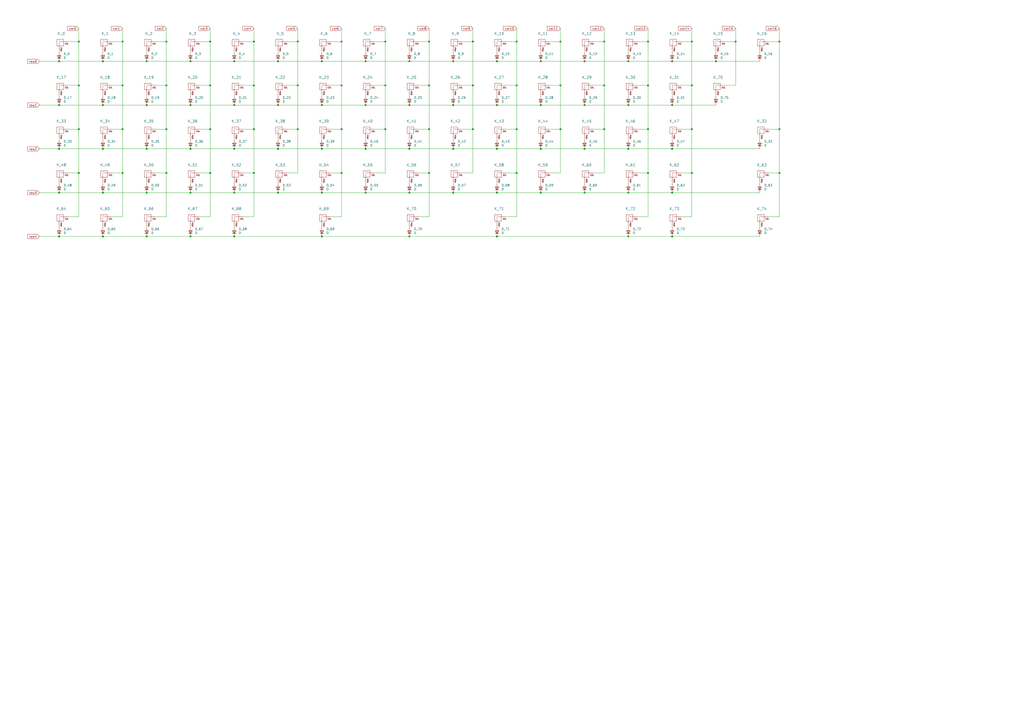
<source format=kicad_sch>
(kicad_sch (version 20230121) (generator eeschema)
  (paper "A2")
  (junction (at 248.92 74.93))
  (junction (at 85.09 137.16))
  (junction (at 161.29 111.76))
  (junction (at 375.92 49.53))
  (junction (at 121.92 24.13))
  (junction (at 161.29 60.96))
  (junction (at 34.29 60.96))
  (junction (at 364.49 35.56))
  (junction (at 375.92 24.13))
  (junction (at 110.49 60.96))
  (junction (at 110.49 137.16))
  (junction (at 237.49 35.56))
  (junction (at 339.09 86.36))
  (junction (at 426.72 24.13))
  (junction (at 325.12 74.93))
  (junction (at 339.09 60.96))
  (junction (at 147.32 49.53))
  (junction (at 186.69 111.76))
  (junction (at 237.49 60.96))
  (junction (at 186.69 86.36))
  (junction (at 313.69 111.76))
  (junction (at 223.52 74.93))
  (junction (at 59.69 35.56))
  (junction (at 96.52 74.93))
  (junction (at 248.92 100.33))
  (junction (at 85.09 86.36))
  (junction (at 274.32 74.93))
  (junction (at 161.29 35.56))
  (junction (at 135.89 111.76))
  (junction (at 172.72 74.93))
  (junction (at 212.09 35.56))
  (junction (at 364.49 137.16))
  (junction (at 262.89 86.36))
  (junction (at 313.69 60.96))
  (junction (at 389.89 86.36))
  (junction (at 389.89 35.56))
  (junction (at 452.12 24.13))
  (junction (at 313.69 35.56))
  (junction (at 186.69 35.56))
  (junction (at 237.49 86.36))
  (junction (at 85.09 111.76))
  (junction (at 212.09 111.76))
  (junction (at 110.49 86.36))
  (junction (at 121.92 100.33))
  (junction (at 364.49 111.76))
  (junction (at 313.69 86.36))
  (junction (at 110.49 111.76))
  (junction (at 45.72 100.33))
  (junction (at 339.09 35.56))
  (junction (at 288.29 60.96))
  (junction (at 262.89 35.56))
  (junction (at 71.12 24.13))
  (junction (at 223.52 49.53))
  (junction (at 161.29 86.36))
  (junction (at 237.49 111.76))
  (junction (at 389.89 60.96))
  (junction (at 186.69 60.96))
  (junction (at 135.89 86.36))
  (junction (at 212.09 86.36))
  (junction (at 59.69 86.36))
  (junction (at 71.12 49.53))
  (junction (at 110.49 35.56))
  (junction (at 34.29 35.56))
  (junction (at 147.32 74.93))
  (junction (at 59.69 60.96))
  (junction (at 59.69 111.76))
  (junction (at 364.49 86.36))
  (junction (at 34.29 137.16))
  (junction (at 34.29 86.36))
  (junction (at 237.49 137.16))
  (junction (at 135.89 35.56))
  (junction (at 248.92 49.53))
  (junction (at 172.72 24.13))
  (junction (at 288.29 35.56))
  (junction (at 452.12 74.93))
  (junction (at 350.52 74.93))
  (junction (at 389.89 111.76))
  (junction (at 325.12 49.53))
  (junction (at 452.12 100.33))
  (junction (at 71.12 74.93))
  (junction (at 389.89 137.16))
  (junction (at 299.72 49.53))
  (junction (at 350.52 49.53))
  (junction (at 339.09 111.76))
  (junction (at 288.29 137.16))
  (junction (at 364.49 60.96))
  (junction (at 401.32 24.13))
  (junction (at 375.92 100.33))
  (junction (at 262.89 111.76))
  (junction (at 96.52 100.33))
  (junction (at 71.12 100.33))
  (junction (at 172.72 49.53))
  (junction (at 401.32 74.93))
  (junction (at 262.89 60.96))
  (junction (at 135.89 60.96))
  (junction (at 375.92 74.93))
  (junction (at 198.12 100.33))
  (junction (at 135.89 137.16))
  (junction (at 299.72 100.33))
  (junction (at 299.72 24.13))
  (junction (at 147.32 100.33))
  (junction (at 401.32 100.33))
  (junction (at 198.12 24.13))
  (junction (at 212.09 60.96))
  (junction (at 59.69 137.16))
  (junction (at 288.29 111.76))
  (junction (at 274.32 24.13))
  (junction (at 299.72 74.93))
  (junction (at 96.52 49.53))
  (junction (at 121.92 74.93))
  (junction (at 85.09 60.96))
  (junction (at 198.12 74.93))
  (junction (at 34.29 111.76))
  (junction (at 121.92 49.53))
  (junction (at 248.92 24.13))
  (junction (at 401.32 49.53))
  (junction (at 45.72 74.93))
  (junction (at 325.12 24.13))
  (junction (at 223.52 24.13))
  (junction (at 198.12 49.53))
  (junction (at 350.52 24.13))
  (junction (at 96.52 24.13))
  (junction (at 288.29 86.36))
  (junction (at 147.32 24.13))
  (junction (at 186.69 137.16))
  (junction (at 85.09 35.56))
  (junction (at 45.72 49.53))
  (junction (at 415.29 35.56))
  (junction (at 45.72 24.13))
  (junction (at 274.32 49.53))
  (wire (pts (xy 389.89 35.56) (xy 415.29 35.56)))
  (wire (pts (xy 198.12 74.93) (xy 198.12 49.53)))
  (wire (pts (xy 274.32 74.93) (xy 274.32 49.53)))
  (wire (pts (xy 45.72 125.73) (xy 45.72 100.33)))
  (wire (pts (xy 440.69 105.41) (xy 440.69 106.68)))
  (wire (pts (xy 288.29 35.56) (xy 313.69 35.56)))
  (wire (pts (xy 267.97 100.33) (xy 274.32 100.33)))
  (wire (pts (xy 375.92 125.73) (xy 375.92 100.33)))
  (wire (pts (xy 34.29 35.56) (xy 59.69 35.56)))
  (wire (pts (xy 401.32 74.93) (xy 401.32 49.53)))
  (wire (pts (xy 293.37 49.53) (xy 299.72 49.53)))
  (wire (pts (xy 339.09 35.56) (xy 364.49 35.56)))
  (wire (pts (xy 115.57 100.33) (xy 121.92 100.33)))
  (wire (pts (xy 85.09 137.16) (xy 110.49 137.16)))
  (wire (pts (xy 198.12 100.33) (xy 198.12 74.93)))
  (wire (pts (xy 394.97 49.53) (xy 401.32 49.53)))
  (wire (pts (xy 223.52 16.51) (xy 223.52 24.13)))
  (wire (pts (xy 34.29 54.61) (xy 34.29 55.88)))
  (wire (pts (xy 45.72 74.93) (xy 45.72 49.53)))
  (wire (pts (xy 45.72 100.33) (xy 45.72 74.93)))
  (wire (pts (xy 140.97 49.53) (xy 147.32 49.53)))
  (wire (pts (xy 313.69 35.56) (xy 339.09 35.56)))
  (wire (pts (xy 237.49 60.96) (xy 262.89 60.96)))
  (wire (pts (xy 110.49 54.61) (xy 110.49 55.88)))
  (wire (pts (xy 22.86 60.96) (xy 34.29 60.96)))
  (wire (pts (xy 339.09 29.21) (xy 339.09 30.48)))
  (wire (pts (xy 313.69 80.01) (xy 313.69 81.28)))
  (wire (pts (xy 71.12 125.73) (xy 71.12 100.33)))
  (wire (pts (xy 369.57 125.73) (xy 375.92 125.73)))
  (wire (pts (xy 299.72 16.51) (xy 299.72 24.13)))
  (wire (pts (xy 212.09 54.61) (xy 212.09 55.88)))
  (wire (pts (xy 293.37 125.73) (xy 299.72 125.73)))
  (wire (pts (xy 325.12 16.51) (xy 325.12 24.13)))
  (wire (pts (xy 59.69 80.01) (xy 59.69 81.28)))
  (wire (pts (xy 237.49 105.41) (xy 237.49 106.68)))
  (wire (pts (xy 115.57 49.53) (xy 121.92 49.53)))
  (wire (pts (xy 274.32 24.13) (xy 274.32 49.53)))
  (wire (pts (xy 325.12 74.93) (xy 325.12 49.53)))
  (wire (pts (xy 135.89 137.16) (xy 186.69 137.16)))
  (wire (pts (xy 135.89 86.36) (xy 161.29 86.36)))
  (wire (pts (xy 161.29 54.61) (xy 161.29 55.88)))
  (wire (pts (xy 299.72 100.33) (xy 299.72 74.93)))
  (wire (pts (xy 237.49 35.56) (xy 262.89 35.56)))
  (wire (pts (xy 34.29 29.21) (xy 34.29 30.48)))
  (wire (pts (xy 71.12 16.51) (xy 71.12 24.13)))
  (wire (pts (xy 59.69 86.36) (xy 85.09 86.36)))
  (wire (pts (xy 186.69 111.76) (xy 212.09 111.76)))
  (wire (pts (xy 375.92 16.51) (xy 375.92 24.13)))
  (wire (pts (xy 161.29 80.01) (xy 161.29 81.28)))
  (wire (pts (xy 369.57 100.33) (xy 375.92 100.33)))
  (wire (pts (xy 110.49 60.96) (xy 135.89 60.96)))
  (wire (pts (xy 318.77 100.33) (xy 325.12 100.33)))
  (wire (pts (xy 121.92 24.13) (xy 121.92 49.53)))
  (wire (pts (xy 237.49 111.76) (xy 262.89 111.76)))
  (wire (pts (xy 452.12 100.33) (xy 452.12 74.93)))
  (wire (pts (xy 212.09 111.76) (xy 237.49 111.76)))
  (wire (pts (xy 59.69 111.76) (xy 85.09 111.76)))
  (wire (pts (xy 212.09 105.41) (xy 212.09 106.68)))
  (wire (pts (xy 34.29 105.41) (xy 34.29 106.68)))
  (wire (pts (xy 344.17 74.93) (xy 350.52 74.93)))
  (wire (pts (xy 369.57 24.13) (xy 375.92 24.13)))
  (wire (pts (xy 299.72 24.13) (xy 299.72 49.53)))
  (wire (pts (xy 121.92 125.73) (xy 121.92 100.33)))
  (wire (pts (xy 313.69 60.96) (xy 339.09 60.96)))
  (wire (pts (xy 318.77 49.53) (xy 325.12 49.53)))
  (wire (pts (xy 242.57 125.73) (xy 248.92 125.73)))
  (wire (pts (xy 110.49 130.81) (xy 110.49 132.08)))
  (wire (pts (xy 415.29 29.21) (xy 415.29 30.48)))
  (wire (pts (xy 242.57 49.53) (xy 248.92 49.53)))
  (wire (pts (xy 96.52 74.93) (xy 96.52 49.53)))
  (wire (pts (xy 364.49 111.76) (xy 389.89 111.76)))
  (wire (pts (xy 85.09 29.21) (xy 85.09 30.48)))
  (wire (pts (xy 140.97 100.33) (xy 147.32 100.33)))
  (wire (pts (xy 85.09 54.61) (xy 85.09 55.88)))
  (wire (pts (xy 313.69 111.76) (xy 339.09 111.76)))
  (wire (pts (xy 262.89 29.21) (xy 262.89 30.48)))
  (wire (pts (xy 212.09 35.56) (xy 237.49 35.56)))
  (wire (pts (xy 440.69 29.21) (xy 440.69 30.48)))
  (wire (pts (xy 248.92 16.51) (xy 248.92 24.13)))
  (wire (pts (xy 147.32 24.13) (xy 147.32 49.53)))
  (wire (pts (xy 364.49 29.21) (xy 364.49 30.48)))
  (wire (pts (xy 85.09 86.36) (xy 110.49 86.36)))
  (wire (pts (xy 237.49 137.16) (xy 288.29 137.16)))
  (wire (pts (xy 45.72 24.13) (xy 45.72 49.53)))
  (wire (pts (xy 364.49 80.01) (xy 364.49 81.28)))
  (wire (pts (xy 161.29 35.56) (xy 186.69 35.56)))
  (wire (pts (xy 237.49 86.36) (xy 262.89 86.36)))
  (wire (pts (xy 389.89 130.81) (xy 389.89 132.08)))
  (wire (pts (xy 96.52 100.33) (xy 96.52 74.93)))
  (wire (pts (xy 262.89 111.76) (xy 288.29 111.76)))
  (wire (pts (xy 198.12 125.73) (xy 198.12 100.33)))
  (wire (pts (xy 110.49 111.76) (xy 135.89 111.76)))
  (wire (pts (xy 420.37 49.53) (xy 426.72 49.53)))
  (wire (pts (xy 90.17 74.93) (xy 96.52 74.93)))
  (wire (pts (xy 90.17 49.53) (xy 96.52 49.53)))
  (wire (pts (xy 85.09 105.41) (xy 85.09 106.68)))
  (wire (pts (xy 90.17 100.33) (xy 96.52 100.33)))
  (wire (pts (xy 110.49 35.56) (xy 135.89 35.56)))
  (wire (pts (xy 299.72 74.93) (xy 299.72 49.53)))
  (wire (pts (xy 71.12 74.93) (xy 71.12 49.53)))
  (wire (pts (xy 110.49 80.01) (xy 110.49 81.28)))
  (wire (pts (xy 45.72 16.51) (xy 45.72 24.13)))
  (wire (pts (xy 288.29 60.96) (xy 313.69 60.96)))
  (wire (pts (xy 274.32 16.51) (xy 274.32 24.13)))
  (wire (pts (xy 22.86 35.56) (xy 34.29 35.56)))
  (wire (pts (xy 415.29 54.61) (xy 415.29 55.88)))
  (wire (pts (xy 288.29 54.61) (xy 288.29 55.88)))
  (wire (pts (xy 426.72 24.13) (xy 426.72 49.53)))
  (wire (pts (xy 394.97 125.73) (xy 401.32 125.73)))
  (wire (pts (xy 64.77 100.33) (xy 71.12 100.33)))
  (wire (pts (xy 121.92 74.93) (xy 121.92 49.53)))
  (wire (pts (xy 22.86 86.36) (xy 34.29 86.36)))
  (wire (pts (xy 161.29 111.76) (xy 186.69 111.76)))
  (wire (pts (xy 401.32 125.73) (xy 401.32 100.33)))
  (wire (pts (xy 186.69 86.36) (xy 212.09 86.36)))
  (wire (pts (xy 242.57 100.33) (xy 248.92 100.33)))
  (wire (pts (xy 147.32 100.33) (xy 147.32 74.93)))
  (wire (pts (xy 262.89 54.61) (xy 262.89 55.88)))
  (wire (pts (xy 288.29 80.01) (xy 288.29 81.28)))
  (wire (pts (xy 85.09 111.76) (xy 110.49 111.76)))
  (wire (pts (xy 59.69 60.96) (xy 85.09 60.96)))
  (wire (pts (xy 39.37 24.13) (xy 45.72 24.13)))
  (wire (pts (xy 223.52 74.93) (xy 223.52 49.53)))
  (wire (pts (xy 121.92 16.51) (xy 121.92 24.13)))
  (wire (pts (xy 288.29 86.36) (xy 313.69 86.36)))
  (wire (pts (xy 39.37 100.33) (xy 45.72 100.33)))
  (wire (pts (xy 115.57 74.93) (xy 121.92 74.93)))
  (wire (pts (xy 161.29 105.41) (xy 161.29 106.68)))
  (wire (pts (xy 135.89 35.56) (xy 161.29 35.56)))
  (wire (pts (xy 288.29 105.41) (xy 288.29 106.68)))
  (wire (pts (xy 186.69 29.21) (xy 186.69 30.48)))
  (wire (pts (xy 389.89 54.61) (xy 389.89 55.88)))
  (wire (pts (xy 262.89 60.96) (xy 288.29 60.96)))
  (wire (pts (xy 96.52 16.51) (xy 96.52 24.13)))
  (wire (pts (xy 186.69 54.61) (xy 186.69 55.88)))
  (wire (pts (xy 166.37 74.93) (xy 172.72 74.93)))
  (wire (pts (xy 318.77 24.13) (xy 325.12 24.13)))
  (wire (pts (xy 198.12 16.51) (xy 198.12 24.13)))
  (wire (pts (xy 445.77 74.93) (xy 452.12 74.93)))
  (wire (pts (xy 389.89 111.76) (xy 440.69 111.76)))
  (wire (pts (xy 217.17 49.53) (xy 223.52 49.53)))
  (wire (pts (xy 135.89 60.96) (xy 161.29 60.96)))
  (wire (pts (xy 401.32 24.13) (xy 401.32 49.53)))
  (wire (pts (xy 452.12 16.51) (xy 452.12 24.13)))
  (wire (pts (xy 339.09 80.01) (xy 339.09 81.28)))
  (wire (pts (xy 288.29 130.81) (xy 288.29 132.08)))
  (wire (pts (xy 445.77 100.33) (xy 452.12 100.33)))
  (wire (pts (xy 39.37 125.73) (xy 45.72 125.73)))
  (wire (pts (xy 212.09 60.96) (xy 237.49 60.96)))
  (wire (pts (xy 135.89 111.76) (xy 161.29 111.76)))
  (wire (pts (xy 172.72 100.33) (xy 172.72 74.93)))
  (wire (pts (xy 267.97 74.93) (xy 274.32 74.93)))
  (wire (pts (xy 262.89 105.41) (xy 262.89 106.68)))
  (wire (pts (xy 452.12 24.13) (xy 452.12 74.93)))
  (wire (pts (xy 64.77 74.93) (xy 71.12 74.93)))
  (wire (pts (xy 166.37 49.53) (xy 172.72 49.53)))
  (wire (pts (xy 344.17 100.33) (xy 350.52 100.33)))
  (wire (pts (xy 115.57 24.13) (xy 121.92 24.13)))
  (wire (pts (xy 401.32 16.51) (xy 401.32 24.13)))
  (wire (pts (xy 364.49 130.81) (xy 364.49 132.08)))
  (wire (pts (xy 191.77 24.13) (xy 198.12 24.13)))
  (wire (pts (xy 415.29 60.96) (xy 389.89 60.96)))
  (wire (pts (xy 452.12 125.73) (xy 452.12 100.33)))
  (wire (pts (xy 110.49 29.21) (xy 110.49 30.48)))
  (wire (pts (xy 401.32 100.33) (xy 401.32 74.93)))
  (wire (pts (xy 96.52 24.13) (xy 96.52 49.53)))
  (wire (pts (xy 161.29 86.36) (xy 186.69 86.36)))
  (wire (pts (xy 161.29 29.21) (xy 161.29 30.48)))
  (wire (pts (xy 217.17 74.93) (xy 223.52 74.93)))
  (wire (pts (xy 135.89 29.21) (xy 135.89 30.48)))
  (wire (pts (xy 248.92 74.93) (xy 248.92 49.53)))
  (wire (pts (xy 223.52 24.13) (xy 223.52 49.53)))
  (wire (pts (xy 375.92 100.33) (xy 375.92 74.93)))
  (wire (pts (xy 172.72 24.13) (xy 172.72 49.53)))
  (wire (pts (xy 22.86 111.76) (xy 34.29 111.76)))
  (wire (pts (xy 85.09 35.56) (xy 110.49 35.56)))
  (wire (pts (xy 191.77 74.93) (xy 198.12 74.93)))
  (wire (pts (xy 389.89 137.16) (xy 440.69 137.16)))
  (wire (pts (xy 364.49 54.61) (xy 364.49 55.88)))
  (wire (pts (xy 375.92 24.13) (xy 375.92 49.53)))
  (wire (pts (xy 375.92 74.93) (xy 375.92 49.53)))
  (wire (pts (xy 364.49 137.16) (xy 389.89 137.16)))
  (wire (pts (xy 350.52 74.93) (xy 350.52 49.53)))
  (wire (pts (xy 172.72 74.93) (xy 172.72 49.53)))
  (wire (pts (xy 248.92 125.73) (xy 248.92 100.33)))
  (wire (pts (xy 274.32 100.33) (xy 274.32 74.93)))
  (wire (pts (xy 288.29 111.76) (xy 313.69 111.76)))
  (wire (pts (xy 344.17 49.53) (xy 350.52 49.53)))
  (wire (pts (xy 64.77 125.73) (xy 71.12 125.73)))
  (wire (pts (xy 39.37 49.53) (xy 45.72 49.53)))
  (wire (pts (xy 389.89 86.36) (xy 440.69 86.36)))
  (wire (pts (xy 64.77 24.13) (xy 71.12 24.13)))
  (wire (pts (xy 242.57 74.93) (xy 248.92 74.93)))
  (wire (pts (xy 212.09 80.01) (xy 212.09 81.28)))
  (wire (pts (xy 22.86 137.16) (xy 34.29 137.16)))
  (wire (pts (xy 135.89 80.01) (xy 135.89 81.28)))
  (wire (pts (xy 369.57 49.53) (xy 375.92 49.53)))
  (wire (pts (xy 313.69 54.61) (xy 313.69 55.88)))
  (wire (pts (xy 115.57 125.73) (xy 121.92 125.73)))
  (wire (pts (xy 237.49 80.01) (xy 237.49 81.28)))
  (wire (pts (xy 262.89 80.01) (xy 262.89 81.28)))
  (wire (pts (xy 369.57 74.93) (xy 375.92 74.93)))
  (wire (pts (xy 34.29 111.76) (xy 59.69 111.76)))
  (wire (pts (xy 186.69 80.01) (xy 186.69 81.28)))
  (wire (pts (xy 339.09 54.61) (xy 339.09 55.88)))
  (wire (pts (xy 440.69 130.81) (xy 440.69 132.08)))
  (wire (pts (xy 325.12 24.13) (xy 325.12 49.53)))
  (wire (pts (xy 293.37 24.13) (xy 299.72 24.13)))
  (wire (pts (xy 71.12 24.13) (xy 71.12 49.53)))
  (wire (pts (xy 135.89 54.61) (xy 135.89 55.88)))
  (wire (pts (xy 293.37 74.93) (xy 299.72 74.93)))
  (wire (pts (xy 237.49 130.81) (xy 237.49 132.08)))
  (wire (pts (xy 161.29 60.96) (xy 186.69 60.96)))
  (wire (pts (xy 288.29 137.16) (xy 364.49 137.16)))
  (wire (pts (xy 166.37 24.13) (xy 172.72 24.13)))
  (wire (pts (xy 90.17 125.73) (xy 96.52 125.73)))
  (wire (pts (xy 445.77 24.13) (xy 452.12 24.13)))
  (wire (pts (xy 85.09 60.96) (xy 110.49 60.96)))
  (wire (pts (xy 96.52 125.73) (xy 96.52 100.33)))
  (wire (pts (xy 59.69 54.61) (xy 59.69 55.88)))
  (wire (pts (xy 318.77 74.93) (xy 325.12 74.93)))
  (wire (pts (xy 110.49 137.16) (xy 135.89 137.16)))
  (wire (pts (xy 288.29 29.21) (xy 288.29 30.48)))
  (wire (pts (xy 85.09 80.01) (xy 85.09 81.28)))
  (wire (pts (xy 217.17 100.33) (xy 223.52 100.33)))
  (wire (pts (xy 198.12 24.13) (xy 198.12 49.53)))
  (wire (pts (xy 350.52 100.33) (xy 350.52 74.93)))
  (wire (pts (xy 64.77 49.53) (xy 71.12 49.53)))
  (wire (pts (xy 212.09 29.21) (xy 212.09 30.48)))
  (wire (pts (xy 110.49 86.36) (xy 135.89 86.36)))
  (wire (pts (xy 389.89 29.21) (xy 389.89 30.48)))
  (wire (pts (xy 293.37 100.33) (xy 299.72 100.33)))
  (wire (pts (xy 364.49 35.56) (xy 389.89 35.56)))
  (wire (pts (xy 313.69 29.21) (xy 313.69 30.48)))
  (wire (pts (xy 90.17 24.13) (xy 96.52 24.13)))
  (wire (pts (xy 140.97 24.13) (xy 147.32 24.13)))
  (wire (pts (xy 313.69 86.36) (xy 339.09 86.36)))
  (wire (pts (xy 186.69 137.16) (xy 237.49 137.16)))
  (wire (pts (xy 389.89 60.96) (xy 364.49 60.96)))
  (wire (pts (xy 248.92 100.33) (xy 248.92 74.93)))
  (wire (pts (xy 34.29 86.36) (xy 59.69 86.36)))
  (wire (pts (xy 389.89 105.41) (xy 389.89 106.68)))
  (wire (pts (xy 59.69 130.81) (xy 59.69 132.08)))
  (wire (pts (xy 350.52 24.13) (xy 350.52 49.53)))
  (wire (pts (xy 394.97 24.13) (xy 401.32 24.13)))
  (wire (pts (xy 121.92 100.33) (xy 121.92 74.93)))
  (wire (pts (xy 415.29 35.56) (xy 440.69 35.56)))
  (wire (pts (xy 420.37 24.13) (xy 426.72 24.13)))
  (wire (pts (xy 147.32 125.73) (xy 147.32 100.33)))
  (wire (pts (xy 364.49 105.41) (xy 364.49 106.68)))
  (wire (pts (xy 85.09 130.81) (xy 85.09 132.08)))
  (wire (pts (xy 267.97 24.13) (xy 274.32 24.13)))
  (wire (pts (xy 140.97 74.93) (xy 147.32 74.93)))
  (wire (pts (xy 71.12 100.33) (xy 71.12 74.93)))
  (wire (pts (xy 248.92 24.13) (xy 248.92 49.53)))
  (wire (pts (xy 426.72 16.51) (xy 426.72 24.13)))
  (wire (pts (xy 223.52 100.33) (xy 223.52 74.93)))
  (wire (pts (xy 299.72 125.73) (xy 299.72 100.33)))
  (wire (pts (xy 147.32 74.93) (xy 147.32 49.53)))
  (wire (pts (xy 59.69 29.21) (xy 59.69 30.48)))
  (wire (pts (xy 242.57 24.13) (xy 248.92 24.13)))
  (wire (pts (xy 34.29 80.01) (xy 34.29 81.28)))
  (wire (pts (xy 186.69 60.96) (xy 212.09 60.96)))
  (wire (pts (xy 325.12 100.33) (xy 325.12 74.93)))
  (wire (pts (xy 186.69 130.81) (xy 186.69 132.08)))
  (wire (pts (xy 191.77 125.73) (xy 198.12 125.73)))
  (wire (pts (xy 364.49 86.36) (xy 389.89 86.36)))
  (wire (pts (xy 262.89 86.36) (xy 288.29 86.36)))
  (wire (pts (xy 262.89 35.56) (xy 288.29 35.56)))
  (wire (pts (xy 350.52 16.51) (xy 350.52 24.13)))
  (wire (pts (xy 339.09 86.36) (xy 364.49 86.36)))
  (wire (pts (xy 394.97 74.93) (xy 401.32 74.93)))
  (wire (pts (xy 394.97 100.33) (xy 401.32 100.33)))
  (wire (pts (xy 110.49 105.41) (xy 110.49 106.68)))
  (wire (pts (xy 339.09 105.41) (xy 339.09 106.68)))
  (wire (pts (xy 34.29 137.16) (xy 59.69 137.16)))
  (wire (pts (xy 339.09 111.76) (xy 364.49 111.76)))
  (wire (pts (xy 186.69 35.56) (xy 212.09 35.56)))
  (wire (pts (xy 445.77 125.73) (xy 452.12 125.73)))
  (wire (pts (xy 339.09 60.96) (xy 364.49 60.96)))
  (wire (pts (xy 140.97 125.73) (xy 147.32 125.73)))
  (wire (pts (xy 59.69 137.16) (xy 85.09 137.16)))
  (wire (pts (xy 135.89 130.81) (xy 135.89 132.08)))
  (wire (pts (xy 217.17 24.13) (xy 223.52 24.13)))
  (wire (pts (xy 147.32 16.51) (xy 147.32 24.13)))
  (wire (pts (xy 166.37 100.33) (xy 172.72 100.33)))
  (wire (pts (xy 440.69 80.01) (xy 440.69 81.28)))
  (wire (pts (xy 172.72 16.51) (xy 172.72 24.13)))
  (wire (pts (xy 59.69 35.56) (xy 85.09 35.56)))
  (wire (pts (xy 59.69 105.41) (xy 59.69 106.68)))
  (wire (pts (xy 135.89 105.41) (xy 135.89 106.68)))
  (wire (pts (xy 237.49 29.21) (xy 237.49 30.48)))
  (wire (pts (xy 34.29 130.81) (xy 34.29 132.08)))
  (wire (pts (xy 186.69 105.41) (xy 186.69 106.68)))
  (wire (pts (xy 267.97 49.53) (xy 274.32 49.53)))
  (wire (pts (xy 191.77 49.53) (xy 198.12 49.53)))
  (wire (pts (xy 34.29 60.96) (xy 59.69 60.96)))
  (wire (pts (xy 191.77 100.33) (xy 198.12 100.33)))
  (wire (pts (xy 39.37 74.93) (xy 45.72 74.93)))
  (wire (pts (xy 313.69 105.41) (xy 313.69 106.68)))
  (wire (pts (xy 344.17 24.13) (xy 350.52 24.13)))
  (wire (pts (xy 237.49 54.61) (xy 237.49 55.88)))
  (wire (pts (xy 212.09 86.36) (xy 237.49 86.36)))
  (wire (pts (xy 389.89 80.01) (xy 389.89 81.28)))
  (global_label "row4" (shape input) (at 22.86 137.16 180) (property "Intersheetrefs" "${INTERSHEET_REFS}" (effects hide)))
  (global_label "col10" (shape input) (at 299.72 16.51 180) (property "Intersheetrefs" "${INTERSHEET_REFS}" (effects hide)))
  (global_label "row0" (shape input) (at 22.86 35.56 180) (property "Intersheetrefs" "${INTERSHEET_REFS}" (effects hide)))
  (global_label "row2" (shape input) (at 22.86 86.36 180) (property "Intersheetrefs" "${INTERSHEET_REFS}" (effects hide)))
  (global_label "row3" (shape input) (at 22.86 111.76 180) (property "Intersheetrefs" "${INTERSHEET_REFS}" (effects hide)))
  (global_label "col7" (shape input) (at 223.52 16.51 180) (property "Intersheetrefs" "${INTERSHEET_REFS}" (effects hide)))
  (global_label "col9" (shape input) (at 274.32 16.51 180) (property "Intersheetrefs" "${INTERSHEET_REFS}" (effects hide)))
  (global_label "col11" (shape input) (at 325.12 16.51 180) (property "Intersheetrefs" "${INTERSHEET_REFS}" (effects hide)))
  (global_label "col14" (shape input) (at 401.32 16.51 180) (property "Intersheetrefs" "${INTERSHEET_REFS}" (effects hide)))
  (global_label "col3" (shape input) (at 121.92 16.51 180) (property "Intersheetrefs" "${INTERSHEET_REFS}" (effects hide)))
  (global_label "col8" (shape input) (at 248.92 16.51 180) (property "Intersheetrefs" "${INTERSHEET_REFS}" (effects hide)))
  (global_label "col5" (shape input) (at 172.72 16.51 180) (property "Intersheetrefs" "${INTERSHEET_REFS}" (effects hide)))
  (global_label "col6" (shape input) (at 198.12 16.51 180) (property "Intersheetrefs" "${INTERSHEET_REFS}" (effects hide)))
  (global_label "col15" (shape input) (at 426.72 16.51 180) (property "Intersheetrefs" "${INTERSHEET_REFS}" (effects hide)))
  (global_label "col1" (shape input) (at 71.12 16.51 180) (property "Intersheetrefs" "${INTERSHEET_REFS}" (effects hide)))
  (global_label "col4" (shape input) (at 147.32 16.51 180) (property "Intersheetrefs" "${INTERSHEET_REFS}" (effects hide)))
  (global_label "col2" (shape input) (at 96.52 16.51 180) (property "Intersheetrefs" "${INTERSHEET_REFS}" (effects hide)))
  (global_label "col12" (shape input) (at 350.52 16.51 180) (property "Intersheetrefs" "${INTERSHEET_REFS}" (effects hide)))
  (global_label "row1" (shape input) (at 22.86 60.96 180) (property "Intersheetrefs" "${INTERSHEET_REFS}" (effects hide)))
  (global_label "col13" (shape input) (at 375.92 16.51 180) (property "Intersheetrefs" "${INTERSHEET_REFS}" (effects hide)))
  (global_label "col16" (shape input) (at 452.12 16.51 180) (property "Intersheetrefs" "${INTERSHEET_REFS}" (effects hide)))
  (global_label "col0" (shape input) (at 45.72 16.51 180) (property "Intersheetrefs" "${INTERSHEET_REFS}" (effects hide)))
  (symbol (lib_id "Device:D_Small") (at 262.89 109.22 90) (unit 1)
    (property "Reference" "D_57" (at 265.43 107.442 90) (effects (justify right)))
    (property "Value" "D" (at 265.43 109.728 90) (effects (justify right)))
    (property "Footprint" "Diode_SMD:D_SOD-123" (effects hide))
  )
  (symbol (lib_id "MX_Alps_Hybrid:MX-NoLED") (at 289.56 76.2 0) (unit 1)
    (property "Reference" "K_43" (at 289.56 70.2818 0) (effects (font (size 1.524 1.524))))
    (property "Value" "KEYSW" (effects hide))
    (property "Footprint" "MX_Alps_Hybrid:MX-1U-NoLED" (effects hide))
  )
  (symbol (lib_id "Device:D_Small") (at 135.89 83.82 90) (unit 1)
    (property "Reference" "D_37" (at 138.43 82.042 90) (effects (justify right)))
    (property "Value" "D" (at 138.43 84.328 90) (effects (justify right)))
    (property "Footprint" "Diode_SMD:D_SOD-123" (effects hide))
  )
  (symbol (lib_id "Device:D_Small") (at 186.69 134.62 90) (unit 1)
    (property "Reference" "D_69" (at 189.23 132.842 90) (effects (justify right)))
    (property "Value" "D" (at 189.23 135.128 90) (effects (justify right)))
    (property "Footprint" "Diode_SMD:D_SOD-123" (effects hide))
  )
  (symbol (lib_id "MX_Alps_Hybrid:MX-NoLED") (at 187.96 50.8 0) (unit 1)
    (property "Reference" "K_23" (at 187.96 44.8818 0) (effects (font (size 1.524 1.524))))
    (property "Value" "KEYSW" (effects hide))
    (property "Footprint" "MX_Alps_Hybrid:MX-1U-NoLED" (effects hide))
  )
  (symbol (lib_id "Device:D_Small") (at 288.29 33.02 90) (unit 1)
    (property "Reference" "D_10" (at 290.83 31.242 90) (effects (justify right)))
    (property "Value" "D" (at 290.83 33.528 90) (effects (justify right)))
    (property "Footprint" "Diode_SMD:D_SOD-123" (effects hide))
  )
  (symbol (lib_id "MX_Alps_Hybrid:MX-NoLED") (at 314.96 25.4 0) (unit 1)
    (property "Reference" "K_11" (at 314.96 19.4818 0) (effects (font (size 1.524 1.524))))
    (property "Value" "KEYSW" (effects hide))
    (property "Footprint" "MX_Alps_Hybrid:MX-1U-NoLED" (effects hide))
  )
  (symbol (lib_id "MX_Alps_Hybrid:MX-NoLED") (at 340.36 76.2 0) (unit 1)
    (property "Reference" "K_45" (at 340.36 70.2818 0) (effects (font (size 1.524 1.524))))
    (property "Value" "KEYSW" (effects hide))
    (property "Footprint" "MX_Alps_Hybrid:MX-1U-NoLED" (effects hide))
  )
  (symbol (lib_id "MX_Alps_Hybrid:MX-NoLED") (at 213.36 25.4 0) (unit 1)
    (property "Reference" "K_7" (at 213.36 19.4818 0) (effects (font (size 1.524 1.524))))
    (property "Value" "KEYSW" (effects hide))
    (property "Footprint" "MX_Alps_Hybrid:MX-1U-NoLED" (effects hide))
  )
  (symbol (lib_id "Device:D_Small") (at 288.29 134.62 90) (unit 1)
    (property "Reference" "D_71" (at 290.83 132.842 90) (effects (justify right)))
    (property "Value" "D" (at 290.83 135.128 90) (effects (justify right)))
    (property "Footprint" "Diode_SMD:D_SOD-123" (effects hide))
  )
  (symbol (lib_id "Device:D_Small") (at 415.29 33.02 90) (unit 1)
    (property "Reference" "D_15" (at 417.83 31.242 90) (effects (justify right)))
    (property "Value" "D" (at 417.83 33.528 90) (effects (justify right)))
    (property "Footprint" "Diode_SMD:D_SOD-123" (effects hide))
  )
  (symbol (lib_id "MX_Alps_Hybrid:MX-NoLED") (at 111.76 25.4 0) (unit 1)
    (property "Reference" "K_3" (at 111.76 19.4818 0) (effects (font (size 1.524 1.524))))
    (property "Value" "KEYSW" (effects hide))
    (property "Footprint" "MX_Alps_Hybrid:MX-1U-NoLED" (effects hide))
  )
  (symbol (lib_id "Device:D_Small") (at 161.29 58.42 90) (unit 1)
    (property "Reference" "D_22" (at 163.83 56.642 90) (effects (justify right)))
    (property "Value" "D" (at 163.83 58.928 90) (effects (justify right)))
    (property "Footprint" "Diode_SMD:D_SOD-123" (effects hide))
  )
  (symbol (lib_id "Device:D_Small") (at 389.89 83.82 90) (unit 1)
    (property "Reference" "D_47" (at 392.43 82.042 90) (effects (justify right)))
    (property "Value" "D" (at 392.43 84.328 90) (effects (justify right)))
    (property "Footprint" "Diode_SMD:D_SOD-123" (effects hide))
  )
  (symbol (lib_id "Device:D_Small") (at 288.29 109.22 90) (unit 1)
    (property "Reference" "D_58" (at 290.83 107.442 90) (effects (justify right)))
    (property "Value" "D" (at 290.83 109.728 90) (effects (justify right)))
    (property "Footprint" "Diode_SMD:D_SOD-123" (effects hide))
  )
  (symbol (lib_id "MX_Alps_Hybrid:MX-NoLED") (at 416.56 50.8 0) (unit 1)
    (property "Reference" "K_75" (at 416.56 44.8818 0) (effects (font (size 1.524 1.524))))
    (property "Value" "KEYSW" (effects hide))
    (property "Footprint" "MX_Alps_Hybrid:MX-1U-NoLED" (effects hide))
  )
  (symbol (lib_id "Device:D_Small") (at 161.29 33.02 90) (unit 1)
    (property "Reference" "D_5" (at 163.83 31.242 90) (effects (justify right)))
    (property "Value" "D" (at 163.83 33.528 90) (effects (justify right)))
    (property "Footprint" "Diode_SMD:D_SOD-123" (effects hide))
  )
  (symbol (lib_id "Device:D_Small") (at 364.49 134.62 90) (unit 1)
    (property "Reference" "D_72" (at 367.03 132.842 90) (effects (justify right)))
    (property "Value" "D" (at 367.03 135.128 90) (effects (justify right)))
    (property "Footprint" "Diode_SMD:D_SOD-123" (effects hide))
  )
  (symbol (lib_id "MX_Alps_Hybrid:MX-NoLED") (at 441.96 127 0) (unit 1)
    (property "Reference" "K_74" (at 441.96 121.0818 0) (effects (font (size 1.524 1.524))))
    (property "Value" "KEYSW" (effects hide))
    (property "Footprint" "MX_Alps_Hybrid:MX-1.5U-NoLED" (effects hide))
  )
  (symbol (lib_id "Device:D_Small") (at 389.89 58.42 90) (unit 1)
    (property "Reference" "D_31" (at 392.43 56.642 90) (effects (justify right)))
    (property "Value" "D" (at 392.43 58.928 90) (effects (justify right)))
    (property "Footprint" "Diode_SMD:D_SOD-123" (effects hide))
  )
  (symbol (lib_id "MX_Alps_Hybrid:MX-NoLED") (at 213.36 50.8 0) (unit 1)
    (property "Reference" "K_24" (at 213.36 44.8818 0) (effects (font (size 1.524 1.524))))
    (property "Value" "KEYSW" (effects hide))
    (property "Footprint" "MX_Alps_Hybrid:MX-1U-NoLED" (effects hide))
  )
  (symbol (lib_id "MX_Alps_Hybrid:MX-NoLED") (at 162.56 25.4 0) (unit 1)
    (property "Reference" "K_5" (at 162.56 19.4818 0) (effects (font (size 1.524 1.524))))
    (property "Value" "KEYSW" (effects hide))
    (property "Footprint" "MX_Alps_Hybrid:MX-1U-NoLED" (effects hide))
  )
  (symbol (lib_id "Device:D_Small") (at 110.49 83.82 90) (unit 1)
    (property "Reference" "D_36" (at 113.03 82.042 90) (effects (justify right)))
    (property "Value" "D" (at 113.03 84.328 90) (effects (justify right)))
    (property "Footprint" "Diode_SMD:D_SOD-123" (effects hide))
  )
  (symbol (lib_id "MX_Alps_Hybrid:MX-NoLED") (at 187.96 127 0) (unit 1)
    (property "Reference" "K_69" (at 187.96 121.0818 0) (effects (font (size 1.524 1.524))))
    (property "Value" "KEYSW" (effects hide))
    (property "Footprint" "MX_Alps_Hybrid:MX-3U-NoLED" (effects hide))
  )
  (symbol (lib_id "MX_Alps_Hybrid:MX-NoLED") (at 35.56 50.8 0) (unit 1)
    (property "Reference" "K_17" (at 35.56 44.8818 0) (effects (font (size 1.524 1.524))))
    (property "Value" "KEYSW" (effects hide))
    (property "Footprint" "MX_Alps_Hybrid:MX-1U-NoLED" (effects hide))
  )
  (symbol (lib_id "Device:D_Small") (at 339.09 83.82 90) (unit 1)
    (property "Reference" "D_45" (at 341.63 82.042 90) (effects (justify right)))
    (property "Value" "D" (at 341.63 84.328 90) (effects (justify right)))
    (property "Footprint" "Diode_SMD:D_SOD-123" (effects hide))
  )
  (symbol (lib_id "MX_Alps_Hybrid:MX-NoLED") (at 162.56 101.6 0) (unit 1)
    (property "Reference" "K_53" (at 162.56 95.6818 0) (effects (font (size 1.524 1.524))))
    (property "Value" "KEYSW" (effects hide))
    (property "Footprint" "MX_Alps_Hybrid:MX-1U-NoLED" (effects hide))
  )
  (symbol (lib_id "MX_Alps_Hybrid:MX-NoLED") (at 340.36 50.8 0) (unit 1)
    (property "Reference" "K_29" (at 340.36 44.8818 0) (effects (font (size 1.524 1.524))))
    (property "Value" "KEYSW" (effects hide))
    (property "Footprint" "MX_Alps_Hybrid:MX-1U-NoLED" (effects hide))
  )
  (symbol (lib_id "Device:D_Small") (at 161.29 83.82 90) (unit 1)
    (property "Reference" "D_38" (at 163.83 82.042 90) (effects (justify right)))
    (property "Value" "D" (at 163.83 84.328 90) (effects (justify right)))
    (property "Footprint" "Diode_SMD:D_SOD-123" (effects hide))
  )
  (symbol (lib_id "MX_Alps_Hybrid:MX-NoLED") (at 35.56 127 0) (unit 1)
    (property "Reference" "K_64" (at 35.56 121.0818 0) (effects (font (size 1.524 1.524))))
    (property "Value" "KEYSW" (effects hide))
    (property "Footprint" "MX_Alps_Hybrid:MX-1U-NoLED" (effects hide))
  )
  (symbol (lib_id "MX_Alps_Hybrid:MX-NoLED") (at 264.16 25.4 0) (unit 1)
    (property "Reference" "K_9" (at 264.16 19.4818 0) (effects (font (size 1.524 1.524))))
    (property "Value" "KEYSW" (effects hide))
    (property "Footprint" "MX_Alps_Hybrid:MX-1U-NoLED" (effects hide))
  )
  (symbol (lib_id "Device:D_Small") (at 59.69 58.42 90) (unit 1)
    (property "Reference" "D_18" (at 62.23 56.642 90) (effects (justify right)))
    (property "Value" "D" (at 62.23 58.928 90) (effects (justify right)))
    (property "Footprint" "Diode_SMD:D_SOD-123" (effects hide))
  )
  (symbol (lib_id "Device:D_Small") (at 85.09 83.82 90) (unit 1)
    (property "Reference" "D_35" (at 87.63 82.042 90) (effects (justify right)))
    (property "Value" "D" (at 87.63 84.328 90) (effects (justify right)))
    (property "Footprint" "Diode_SMD:D_SOD-123" (effects hide))
  )
  (symbol (lib_id "MX_Alps_Hybrid:MX-NoLED") (at 314.96 50.8 0) (unit 1)
    (property "Reference" "K_28" (at 314.96 44.8818 0) (effects (font (size 1.524 1.524))))
    (property "Value" "KEYSW" (effects hide))
    (property "Footprint" "MX_Alps_Hybrid:MX-1U-NoLED" (effects hide))
  )
  (symbol (lib_id "MX_Alps_Hybrid:MX-NoLED") (at 365.76 127 0) (unit 1)
    (property "Reference" "K_72" (at 365.76 121.0818 0) (effects (font (size 1.524 1.524))))
    (property "Value" "KEYSW" (effects hide))
    (property "Footprint" "MX_Alps_Hybrid:MX-1.5U-NoLED" (effects hide))
  )
  (symbol (lib_id "MX_Alps_Hybrid:MX-NoLED") (at 391.16 25.4 0) (unit 1)
    (property "Reference" "K_14" (at 391.16 19.4818 0) (effects (font (size 1.524 1.524))))
    (property "Value" "KEYSW" (effects hide))
    (property "Footprint" "MX_Alps_Hybrid:MX-1U-NoLED" (effects hide))
  )
  (symbol (lib_id "MX_Alps_Hybrid:MX-NoLED") (at 86.36 101.6 0) (unit 1)
    (property "Reference" "K_50" (at 86.36 95.6818 0) (effects (font (size 1.524 1.524))))
    (property "Value" "KEYSW" (effects hide))
    (property "Footprint" "MX_Alps_Hybrid:MX-1.25U-NoLED" (effects hide))
  )
  (symbol (lib_id "Device:D_Small") (at 85.09 109.22 90) (unit 1)
    (property "Reference" "D_50" (at 87.63 107.442 90) (effects (justify right)))
    (property "Value" "D" (at 87.63 109.728 90) (effects (justify right)))
    (property "Footprint" "Diode_SMD:D_SOD-123" (effects hide))
  )
  (symbol (lib_id "MX_Alps_Hybrid:MX-NoLED") (at 137.16 25.4 0) (unit 1)
    (property "Reference" "K_4" (at 137.16 19.4818 0) (effects (font (size 1.524 1.524))))
    (property "Value" "KEYSW" (effects hide))
    (property "Footprint" "MX_Alps_Hybrid:MX-1U-NoLED" (effects hide))
  )
  (symbol (lib_id "MX_Alps_Hybrid:MX-NoLED") (at 137.16 76.2 0) (unit 1)
    (property "Reference" "K_37" (at 137.16 70.2818 0) (effects (font (size 1.524 1.524))))
    (property "Value" "KEYSW" (effects hide))
    (property "Footprint" "MX_Alps_Hybrid:MX-1U-NoLED" (effects hide))
  )
  (symbol (lib_id "Device:D_Small") (at 237.49 58.42 90) (unit 1)
    (property "Reference" "D_25" (at 240.03 56.642 90) (effects (justify right)))
    (property "Value" "D" (at 240.03 58.928 90) (effects (justify right)))
    (property "Footprint" "Diode_SMD:D_SOD-123" (effects hide))
  )
  (symbol (lib_id "MX_Alps_Hybrid:MX-NoLED") (at 391.16 101.6 0) (unit 1)
    (property "Reference" "K_62" (at 391.16 95.6818 0) (effects (font (size 1.524 1.524))))
    (property "Value" "KEYSW" (effects hide))
    (property "Footprint" "MX_Alps_Hybrid:MX-1.75U-NoLED" (effects hide))
  )
  (symbol (lib_id "MX_Alps_Hybrid:MX-NoLED") (at 314.96 76.2 0) (unit 1)
    (property "Reference" "K_44" (at 314.96 70.2818 0) (effects (font (size 1.524 1.524))))
    (property "Value" "KEYSW" (effects hide))
    (property "Footprint" "MX_Alps_Hybrid:MX-1U-NoLED" (effects hide))
  )
  (symbol (lib_id "MX_Alps_Hybrid:MX-NoLED") (at 441.96 101.6 0) (unit 1)
    (property "Reference" "K_63" (at 441.96 95.6818 0) (effects (font (size 1.524 1.524))))
    (property "Value" "KEYSW" (effects hide))
    (property "Footprint" "MX_Alps_Hybrid:MX-1U-NoLED" (effects hide))
  )
  (symbol (lib_id "MX_Alps_Hybrid:MX-NoLED") (at 314.96 101.6 0) (unit 1)
    (property "Reference" "K_59" (at 314.96 95.6818 0) (effects (font (size 1.524 1.524))))
    (property "Value" "KEYSW" (effects hide))
    (property "Footprint" "MX_Alps_Hybrid:MX-1U-NoLED" (effects hide))
  )
  (symbol (lib_id "Device:D_Small") (at 313.69 33.02 90) (unit 1)
    (property "Reference" "D_11" (at 316.23 31.242 90) (effects (justify right)))
    (property "Value" "D" (at 316.23 33.528 90) (effects (justify right)))
    (property "Footprint" "Diode_SMD:D_SOD-123" (effects hide))
  )
  (symbol (lib_id "MX_Alps_Hybrid:MX-NoLED") (at 187.96 101.6 0) (unit 1)
    (property "Reference" "K_54" (at 187.96 95.6818 0) (effects (font (size 1.524 1.524))))
    (property "Value" "KEYSW" (effects hide))
    (property "Footprint" "MX_Alps_Hybrid:MX-1U-NoLED" (effects hide))
  )
  (symbol (lib_id "Device:D_Small") (at 339.09 109.22 90) (unit 1)
    (property "Reference" "D_60" (at 341.63 107.442 90) (effects (justify right)))
    (property "Value" "D" (at 341.63 109.728 90) (effects (justify right)))
    (property "Footprint" "Diode_SMD:D_SOD-123" (effects hide))
  )
  (symbol (lib_id "MX_Alps_Hybrid:MX-NoLED") (at 35.56 76.2 0) (unit 1)
    (property "Reference" "K_33" (at 35.56 70.2818 0) (effects (font (size 1.524 1.524))))
    (property "Value" "KEYSW" (effects hide))
    (property "Footprint" "MX_Alps_Hybrid:MX-1U-NoLED" (effects hide))
  )
  (symbol (lib_id "Device:D_Small") (at 135.89 134.62 90) (unit 1)
    (property "Reference" "D_68" (at 138.43 132.842 90) (effects (justify right)))
    (property "Value" "D" (at 138.43 135.128 90) (effects (justify right)))
    (property "Footprint" "Diode_SMD:D_SOD-123" (effects hide))
  )
  (symbol (lib_id "MX_Alps_Hybrid:MX-NoLED") (at 365.76 76.2 0) (unit 1)
    (property "Reference" "K_46" (at 365.76 70.2818 0) (effects (font (size 1.524 1.524))))
    (property "Value" "KEYSW" (effects hide))
    (property "Footprint" "MX_Alps_Hybrid:MX-1U-NoLED" (effects hide))
  )
  (symbol (lib_id "MX_Alps_Hybrid:MX-NoLED") (at 391.16 50.8 0) (unit 1)
    (property "Reference" "K_31" (at 391.16 44.8818 0) (effects (font (size 1.524 1.524))))
    (property "Value" "KEYSW" (effects hide))
    (property "Footprint" "MX_Alps_Hybrid:MX-1U-NoLED" (effects hide))
  )
  (symbol (lib_id "MX_Alps_Hybrid:MX-NoLED") (at 264.16 101.6 0) (unit 1)
    (property "Reference" "K_57" (at 264.16 95.6818 0) (effects (font (size 1.524 1.524))))
    (property "Value" "KEYSW" (effects hide))
    (property "Footprint" "MX_Alps_Hybrid:MX-1U-NoLED" (effects hide))
  )
  (symbol (lib_id "Device:D_Small") (at 186.69 33.02 90) (unit 1)
    (property "Reference" "D_6" (at 189.23 31.242 90) (effects (justify right)))
    (property "Value" "D" (at 189.23 33.528 90) (effects (justify right)))
    (property "Footprint" "Diode_SMD:D_SOD-123" (effects hide))
  )
  (symbol (lib_id "MX_Alps_Hybrid:MX-NoLED") (at 238.76 101.6 0) (unit 1)
    (property "Reference" "K_56" (at 238.76 95.6818 0) (effects (font (size 1.524 1.524))))
    (property "Value" "KEYSW" (effects hide))
    (property "Footprint" "MX_Alps_Hybrid:MX-1U-NoLED" (effects hide))
  )
  (symbol (lib_id "MX_Alps_Hybrid:MX-NoLED") (at 391.16 127 0) (unit 1)
    (property "Reference" "K_73" (at 391.16 121.0818 0) (effects (font (size 1.524 1.524))))
    (property "Value" "KEYSW" (effects hide))
    (property "Footprint" "MX_Alps_Hybrid:MX-1U-NoLED" (effects hide))
  )
  (symbol (lib_id "Device:D_Small") (at 313.69 58.42 90) (unit 1)
    (property "Reference" "D_28" (at 316.23 56.642 90) (effects (justify right)))
    (property "Value" "D" (at 316.23 58.928 90) (effects (justify right)))
    (property "Footprint" "Diode_SMD:D_SOD-123" (effects hide))
  )
  (symbol (lib_id "MX_Alps_Hybrid:MX-NoLED") (at 289.56 127 0) (unit 1)
    (property "Reference" "K_71" (at 289.56 121.0818 0) (effects (font (size 1.524 1.524))))
    (property "Value" "KEYSW" (effects hide))
    (property "Footprint" "MX_Alps_Hybrid:MX-3U-NoLED" (effects hide))
  )
  (symbol (lib_id "Device:D_Small") (at 110.49 109.22 90) (unit 1)
    (property "Reference" "D_51" (at 113.03 107.442 90) (effects (justify right)))
    (property "Value" "D" (at 113.03 109.728 90) (effects (justify right)))
    (property "Footprint" "Diode_SMD:D_SOD-123" (effects hide))
  )
  (symbol (lib_id "Device:D_Small") (at 389.89 109.22 90) (unit 1)
    (property "Reference" "D_62" (at 392.43 107.442 90) (effects (justify right)))
    (property "Value" "D" (at 392.43 109.728 90) (effects (justify right)))
    (property "Footprint" "Diode_SMD:D_SOD-123" (effects hide))
  )
  (symbol (lib_id "MX_Alps_Hybrid:MX-NoLED") (at 137.16 127 0) (unit 1)
    (property "Reference" "K_68" (at 137.16 121.0818 0) (effects (font (size 1.524 1.524))))
    (property "Value" "KEYSW" (effects hide))
    (property "Footprint" "MX_Alps_Hybrid:MX-1.5U-NoLED" (effects hide))
  )
  (symbol (lib_id "MX_Alps_Hybrid:MX-NoLED") (at 86.36 127 0) (unit 1)
    (property "Reference" "K_66" (at 86.36 121.0818 0) (effects (font (size 1.524 1.524))))
    (property "Value" "KEYSW" (effects hide))
    (property "Footprint" "MX_Alps_Hybrid:MX-1.5U-NoLED" (effects hide))
  )
  (symbol (lib_id "Device:D_Small") (at 440.69 33.02 90) (unit 1)
    (property "Reference" "D_16" (at 443.23 31.242 90) (effects (justify right)))
    (property "Value" "D" (at 443.23 33.528 90) (effects (justify right)))
    (property "Footprint" "Diode_SMD:D_SOD-123" (effects hide))
  )
  (symbol (lib_id "Device:D_Small") (at 34.29 33.02 90) (unit 1)
    (property "Reference" "D_0" (at 36.83 31.242 90) (effects (justify right)))
    (property "Value" "D" (at 36.83 33.528 90) (effects (justify right)))
    (property "Footprint" "Diode_SMD:D_SOD-123" (effects hide))
  )
  (symbol (lib_id "Device:D_Small") (at 34.29 109.22 90) (unit 1)
    (property "Reference" "D_48" (at 36.83 107.442 90) (effects (justify right)))
    (property "Value" "D" (at 36.83 109.728 90) (effects (justify right)))
    (property "Footprint" "Diode_SMD:D_SOD-123" (effects hide))
  )
  (symbol (lib_id "Device:D_Small") (at 262.89 58.42 90) (unit 1)
    (property "Reference" "D_26" (at 265.43 56.642 90) (effects (justify right)))
    (property "Value" "D" (at 265.43 58.928 90) (effects (justify right)))
    (property "Footprint" "Diode_SMD:D_SOD-123" (effects hide))
  )
  (symbol (lib_id "MX_Alps_Hybrid:MX-NoLED") (at 111.76 50.8 0) (unit 1)
    (property "Reference" "K_20" (at 111.76 44.8818 0) (effects (font (size 1.524 1.524))))
    (property "Value" "KEYSW" (effects hide))
    (property "Footprint" "MX_Alps_Hybrid:MX-1U-NoLED" (effects hide))
  )
  (symbol (lib_id "MX_Alps_Hybrid:MX-NoLED") (at 137.16 101.6 0) (unit 1)
    (property "Reference" "K_52" (at 137.16 95.6818 0) (effects (font (size 1.524 1.524))))
    (property "Value" "KEYSW" (effects hide))
    (property "Footprint" "MX_Alps_Hybrid:MX-1U-NoLED" (effects hide))
  )
  (symbol (lib_id "Device:D_Small") (at 135.89 58.42 90) (unit 1)
    (property "Reference" "D_21" (at 138.43 56.642 90) (effects (justify right)))
    (property "Value" "D" (at 138.43 58.928 90) (effects (justify right)))
    (property "Footprint" "Diode_SMD:D_SOD-123" (effects hide))
  )
  (symbol (lib_id "Device:D_Small") (at 59.69 33.02 90) (unit 1)
    (property "Reference" "D_1" (at 62.23 31.242 90) (effects (justify right)))
    (property "Value" "D" (at 62.23 33.528 90) (effects (justify right)))
    (property "Footprint" "Diode_SMD:D_SOD-123" (effects hide))
  )
  (symbol (lib_id "MX_Alps_Hybrid:MX-NoLED") (at 60.96 76.2 0) (unit 1)
    (property "Reference" "K_34" (at 60.96 70.2818 0) (effects (font (size 1.524 1.524))))
    (property "Value" "KEYSW" (effects hide))
    (property "Footprint" "MX_Alps_Hybrid:MX-1U-NoLED" (effects hide))
  )
  (symbol (lib_id "MX_Alps_Hybrid:MX-NoLED") (at 365.76 25.4 0) (unit 1)
    (property "Reference" "K_13" (at 365.76 19.4818 0) (effects (font (size 1.524 1.524))))
    (property "Value" "KEYSW" (effects hide))
    (property "Footprint" "MX_Alps_Hybrid:MX-1U-NoLED" (effects hide))
  )
  (symbol (lib_id "Device:D_Small") (at 440.69 83.82 90) (unit 1)
    (property "Reference" "D_32" (at 443.23 82.042 90) (effects (justify right)))
    (property "Value" "D" (at 443.23 84.328 90) (effects (justify right)))
    (property "Footprint" "Diode_SMD:D_SOD-123" (effects hide))
  )
  (symbol (lib_id "MX_Alps_Hybrid:MX-NoLED") (at 111.76 101.6 0) (unit 1)
    (property "Reference" "K_51" (at 111.76 95.6818 0) (effects (font (size 1.524 1.524))))
    (property "Value" "KEYSW" (effects hide))
    (property "Footprint" "MX_Alps_Hybrid:MX-1U-NoLED" (effects hide))
  )
  (symbol (lib_id "MX_Alps_Hybrid:MX-NoLED") (at 162.56 76.2 0) (unit 1)
    (property "Reference" "K_38" (at 162.56 70.2818 0) (effects (font (size 1.524 1.524))))
    (property "Value" "KEYSW" (effects hide))
    (property "Footprint" "MX_Alps_Hybrid:MX-1U-NoLED" (effects hide))
  )
  (symbol (lib_id "MX_Alps_Hybrid:MX-NoLED") (at 60.96 127 0) (unit 1)
    (property "Reference" "K_65" (at 60.96 121.0818 0) (effects (font (size 1.524 1.524))))
    (property "Value" "KEYSW" (effects hide))
    (property "Footprint" "MX_Alps_Hybrid:MX-1U-NoLED" (effects hide))
  )
  (symbol (lib_id "Device:D_Small") (at 389.89 134.62 90) (unit 1)
    (property "Reference" "D_73" (at 392.43 132.842 90) (effects (justify right)))
    (property "Value" "D" (at 392.43 135.128 90) (effects (justify right)))
    (property "Footprint" "Diode_SMD:D_SOD-123" (effects hide))
  )
  (symbol (lib_id "MX_Alps_Hybrid:MX-NoLED") (at 187.96 76.2 0) (unit 1)
    (property "Reference" "K_39" (at 187.96 70.2818 0) (effects (font (size 1.524 1.524))))
    (property "Value" "KEYSW" (effects hide))
    (property "Footprint" "MX_Alps_Hybrid:MX-1U-NoLED" (effects hide))
  )
  (symbol (lib_id "Device:D_Small") (at 440.69 109.22 90) (unit 1)
    (property "Reference" "D_63" (at 443.23 107.442 90) (effects (justify right)))
    (property "Value" "D" (at 443.23 109.728 90) (effects (justify right)))
    (property "Footprint" "Diode_SMD:D_SOD-123" (effects hide))
  )
  (symbol (lib_id "MX_Alps_Hybrid:MX-NoLED") (at 365.76 50.8 0) (unit 1)
    (property "Reference" "K_30" (at 365.76 44.8818 0) (effects (font (size 1.524 1.524))))
    (property "Value" "KEYSW" (effects hide))
    (property "Footprint" "MX_Alps_Hybrid:MX-1U-NoLED" (effects hide))
  )
  (symbol (lib_id "Device:D_Small") (at 440.69 134.62 90) (unit 1)
    (property "Reference" "D_74" (at 443.23 132.842 90) (effects (justify right)))
    (property "Value" "D" (at 443.23 135.128 90) (effects (justify right)))
    (property "Footprint" "Diode_SMD:D_SOD-123" (effects hide))
  )
  (symbol (lib_id "Device:D_Small") (at 110.49 134.62 90) (unit 1)
    (property "Reference" "D_67" (at 113.03 132.842 90) (effects (justify right)))
    (property "Value" "D" (at 113.03 135.128 90) (effects (justify right)))
    (property "Footprint" "Diode_SMD:D_SOD-123" (effects hide))
  )
  (symbol (lib_id "Device:D_Small") (at 212.09 83.82 90) (unit 1)
    (property "Reference" "D_40" (at 214.63 82.042 90) (effects (justify right)))
    (property "Value" "D" (at 214.63 84.328 90) (effects (justify right)))
    (property "Footprint" "Diode_SMD:D_SOD-123" (effects hide))
  )
  (symbol (lib_id "Device:D_Small") (at 313.69 83.82 90) (unit 1)
    (property "Reference" "D_44" (at 316.23 82.042 90) (effects (justify right)))
    (property "Value" "D" (at 316.23 84.328 90) (effects (justify right)))
    (property "Footprint" "Diode_SMD:D_SOD-123" (effects hide))
  )
  (symbol (lib_id "Device:D_Small") (at 34.29 58.42 90) (unit 1)
    (property "Reference" "D_17" (at 36.83 56.642 90) (effects (justify right)))
    (property "Value" "D" (at 36.83 58.928 90) (effects (justify right)))
    (property "Footprint" "Diode_SMD:D_SOD-123" (effects hide))
  )
  (symbol (lib_id "MX_Alps_Hybrid:MX-NoLED") (at 289.56 101.6 0) (unit 1)
    (property "Reference" "K_58" (at 289.56 95.6818 0) (effects (font (size 1.524 1.524))))
    (property "Value" "KEYSW" (effects hide))
    (property "Footprint" "MX_Alps_Hybrid:MX-1U-NoLED" (effects hide))
  )
  (symbol (lib_id "Device:D_Small") (at 135.89 109.22 90) (unit 1)
    (property "Reference" "D_52" (at 138.43 107.442 90) (effects (justify right)))
    (property "Value" "D" (at 138.43 109.728 90) (effects (justify right)))
    (property "Footprint" "Diode_SMD:D_SOD-123" (effects hide))
  )
  (symbol (lib_id "Device:D_Small") (at 389.89 33.02 90) (unit 1)
    (property "Reference" "D_14" (at 392.43 31.242 90) (effects (justify right)))
    (property "Value" "D" (at 392.43 33.528 90) (effects (justify right)))
    (property "Footprint" "Diode_SMD:D_SOD-123" (effects hide))
  )
  (symbol (lib_id "Device:D_Small") (at 186.69 109.22 90) (unit 1)
    (property "Reference" "D_54" (at 189.23 107.442 90) (effects (justify right)))
    (property "Value" "D" (at 189.23 109.728 90) (effects (justify right)))
    (property "Footprint" "Diode_SMD:D_SOD-123" (effects hide))
  )
  (symbol (lib_id "Device:D_Small") (at 186.69 58.42 90) (unit 1)
    (property "Reference" "D_23" (at 189.23 56.642 90) (effects (justify right)))
    (property "Value" "D" (at 189.23 58.928 90) (effects (justify right)))
    (property "Footprint" "Diode_SMD:D_SOD-123" (effects hide))
  )
  (symbol (lib_id "Device:D_Small") (at 339.09 58.42 90) (unit 1)
    (property "Reference" "D_29" (at 341.63 56.642 90) (effects (justify right)))
    (property "Value" "D" (at 341.63 58.928 90) (effects (justify right)))
    (property "Footprint" "Diode_SMD:D_SOD-123" (effects hide))
  )
  (symbol (lib_id "MX_Alps_Hybrid:MX-NoLED") (at 86.36 25.4 0) (unit 1)
    (property "Reference" "K_2" (at 86.36 19.4818 0) (effects (font (size 1.524 1.524))))
    (property "Value" "KEYSW" (effects hide))
    (property "Footprint" "MX_Alps_Hybrid:MX-1U-NoLED" (effects hide))
  )
  (symbol (lib_id "MX_Alps_Hybrid:MX-NoLED") (at 86.36 76.2 0) (unit 1)
    (property "Reference" "K_35" (at 86.36 70.2818 0) (effects (font (size 1.524 1.524))))
    (property "Value" "KEYSW" (effects hide))
    (property "Footprint" "MX_Alps_Hybrid:MX-1.25U-NoLED" (effects hide))
  )
  (symbol (lib_id "MX_Alps_Hybrid:MX-NoLED") (at 264.16 50.8 0) (unit 1)
    (property "Reference" "K_26" (at 264.16 44.8818 0) (effects (font (size 1.524 1.524))))
    (property "Value" "KEYSW" (effects hide))
    (property "Footprint" "MX_Alps_Hybrid:MX-1U-NoLED" (effects hide))
  )
  (symbol (lib_id "Device:D_Small") (at 59.69 134.62 90) (unit 1)
    (property "Reference" "D_65" (at 62.23 132.842 90) (effects (justify right)))
    (property "Value" "D" (at 62.23 135.128 90) (effects (justify right)))
    (property "Footprint" "Diode_SMD:D_SOD-123" (effects hide))
  )
  (symbol (lib_id "MX_Alps_Hybrid:MX-NoLED") (at 162.56 50.8 0) (unit 1)
    (property "Reference" "K_22" (at 162.56 44.8818 0) (effects (font (size 1.524 1.524))))
    (property "Value" "KEYSW" (effects hide))
    (property "Footprint" "MX_Alps_Hybrid:MX-1U-NoLED" (effects hide))
  )
  (symbol (lib_id "MX_Alps_Hybrid:MX-NoLED") (at 60.96 50.8 0) (unit 1)
    (property "Reference" "K_18" (at 60.96 44.8818 0) (effects (font (size 1.524 1.524))))
    (property "Value" "KEYSW" (effects hide))
    (property "Footprint" "MX_Alps_Hybrid:MX-1U-NoLED" (effects hide))
  )
  (symbol (lib_id "Device:D_Small") (at 364.49 58.42 90) (unit 1)
    (property "Reference" "D_30" (at 367.03 56.642 90) (effects (justify right)))
    (property "Value" "D" (at 367.03 58.928 90) (effects (justify right)))
    (property "Footprint" "Diode_SMD:D_SOD-123" (effects hide))
  )
  (symbol (lib_id "Device:D_Small") (at 161.29 109.22 90) (unit 1)
    (property "Reference" "D_53" (at 163.83 107.442 90) (effects (justify right)))
    (property "Value" "D" (at 163.83 109.728 90) (effects (justify right)))
    (property "Footprint" "Diode_SMD:D_SOD-123" (effects hide))
  )
  (symbol (lib_id "MX_Alps_Hybrid:MX-NoLED") (at 391.16 76.2 0) (unit 1)
    (property "Reference" "K_47" (at 391.16 70.2818 0) (effects (font (size 1.524 1.524))))
    (property "Value" "KEYSW" (effects hide))
    (property "Footprint" "MX_Alps_Hybrid:MX-1U-NoLED" (effects hide))
  )
  (symbol (lib_id "Device:D_Small") (at 135.89 33.02 90) (unit 1)
    (property "Reference" "D_4" (at 138.43 31.242 90) (effects (justify right)))
    (property "Value" "D" (at 138.43 33.528 90) (effects (justify right)))
    (property "Footprint" "Diode_SMD:D_SOD-123" (effects hide))
  )
  (symbol (lib_id "MX_Alps_Hybrid:MX-NoLED") (at 264.16 76.2 0) (unit 1)
    (property "Reference" "K_42" (at 264.16 70.2818 0) (effects (font (size 1.524 1.524))))
    (property "Value" "KEYSW" (effects hide))
    (property "Footprint" "MX_Alps_Hybrid:MX-1U-NoLED" (effects hide))
  )
  (symbol (lib_id "Device:D_Small") (at 288.29 58.42 90) (unit 1)
    (property "Reference" "D_27" (at 290.83 56.642 90) (effects (justify right)))
    (property "Value" "D" (at 290.83 58.928 90) (effects (justify right)))
    (property "Footprint" "Diode_SMD:D_SOD-123" (effects hide))
  )
  (symbol (lib_id "Device:D_Small") (at 339.09 33.02 90) (unit 1)
    (property "Reference" "D_12" (at 341.63 31.242 90) (effects (justify right)))
    (property "Value" "D" (at 341.63 33.528 90) (effects (justify right)))
    (property "Footprint" "Diode_SMD:D_SOD-123" (effects hide))
  )
  (symbol (lib_id "MX_Alps_Hybrid:MX-NoLED") (at 238.76 76.2 0) (unit 1)
    (property "Reference" "K_41" (at 238.76 70.2818 0) (effects (font (size 1.524 1.524))))
    (property "Value" "KEYSW" (effects hide))
    (property "Footprint" "MX_Alps_Hybrid:MX-1U-NoLED" (effects hide))
  )
  (symbol (lib_id "Device:D_Small") (at 110.49 33.02 90) (unit 1)
    (property "Reference" "D_3" (at 113.03 31.242 90) (effects (justify right)))
    (property "Value" "D" (at 113.03 33.528 90) (effects (justify right)))
    (property "Footprint" "Diode_SMD:D_SOD-123" (effects hide))
  )
  (symbol (lib_id "MX_Alps_Hybrid:MX-NoLED") (at 187.96 25.4 0) (unit 1)
    (property "Reference" "K_6" (at 187.96 19.4818 0) (effects (font (size 1.524 1.524))))
    (property "Value" "KEYSW" (effects hide))
    (property "Footprint" "MX_Alps_Hybrid:MX-1U-NoLED" (effects hide))
  )
  (symbol (lib_id "Device:D_Small") (at 85.09 58.42 90) (unit 1)
    (property "Reference" "D_19" (at 87.63 56.642 90) (effects (justify right)))
    (property "Value" "D" (at 87.63 58.928 90) (effects (justify right)))
    (property "Footprint" "Diode_SMD:D_SOD-123" (effects hide))
  )
  (symbol (lib_id "Device:D_Small") (at 237.49 83.82 90) (unit 1)
    (property "Reference" "D_41" (at 240.03 82.042 90) (effects (justify right)))
    (property "Value" "D" (at 240.03 84.328 90) (effects (justify right)))
    (property "Footprint" "Diode_SMD:D_SOD-123" (effects hide))
  )
  (symbol (lib_id "MX_Alps_Hybrid:MX-NoLED") (at 441.96 76.2 0) (unit 1)
    (property "Reference" "K_32" (at 441.96 70.2818 0) (effects (font (size 1.524 1.524))))
    (property "Value" "KEYSW" (effects hide))
    (property "Footprint" "MX_Alps_Hybrid:MX-1.25U-NoLED" (effects hide))
  )
  (symbol (lib_id "MX_Alps_Hybrid:MX-NoLED") (at 416.56 25.4 0) (unit 1)
    (property "Reference" "K_15" (at 416.56 19.4818 0) (effects (font (size 1.524 1.524))))
    (property "Value" "KEYSW" (effects hide))
    (property "Footprint" "MX_Alps_Hybrid:MX-1U-NoLED" (effects hide))
  )
  (symbol (lib_id "MX_Alps_Hybrid:MX-NoLED") (at 289.56 25.4 0) (unit 1)
    (property "Reference" "K_10" (at 289.56 19.4818 0) (effects (font (size 1.524 1.524))))
    (property "Value" "KEYSW" (effects hide))
    (property "Footprint" "MX_Alps_Hybrid:MX-1U-NoLED" (effects hide))
  )
  (symbol (lib_id "Device:D_Small") (at 34.29 83.82 90) (unit 1)
    (property "Reference" "D_33" (at 36.83 82.042 90) (effects (justify right)))
    (property "Value" "D" (at 36.83 84.328 90) (effects (justify right)))
    (property "Footprint" "Diode_SMD:D_SOD-123" (effects hide))
  )
  (symbol (lib_id "Device:D_Small") (at 85.09 134.62 90) (unit 1)
    (property "Reference" "D_66" (at 87.63 132.842 90) (effects (justify right)))
    (property "Value" "D" (at 87.63 135.128 90) (effects (justify right)))
    (property "Footprint" "Diode_SMD:D_SOD-123" (effects hide))
  )
  (symbol (lib_id "MX_Alps_Hybrid:MX-NoLED") (at 238.76 25.4 0) (unit 1)
    (property "Reference" "K_8" (at 238.76 19.4818 0) (effects (font (size 1.524 1.524))))
    (property "Value" "KEYSW" (effects hide))
    (property "Footprint" "MX_Alps_Hybrid:MX-1U-NoLED" (effects hide))
  )
  (symbol (lib_id "MX_Alps_Hybrid:MX-NoLED") (at 86.36 50.8 0) (unit 1)
    (property "Reference" "K_19" (at 86.36 44.8818 0) (effects (font (size 1.524 1.524))))
    (property "Value" "KEYSW" (effects hide))
    (property "Footprint" "MX_Alps_Hybrid:MX-1.5U-NoLED" (effects hide))
  )
  (symbol (lib_id "Device:D_Small") (at 110.49 58.42 90) (unit 1)
    (property "Reference" "D_20" (at 113.03 56.642 90) (effects (justify right)))
    (property "Value" "D" (at 113.03 58.928 90) (effects (justify right)))
    (property "Footprint" "Diode_SMD:D_SOD-123" (effects hide))
  )
  (symbol (lib_id "MX_Alps_Hybrid:MX-NoLED") (at 340.36 101.6 0) (unit 1)
    (property "Reference" "K_60" (at 340.36 95.6818 0) (effects (font (size 1.524 1.524))))
    (property "Value" "KEYSW" (effects hide))
    (property "Footprint" "MX_Alps_Hybrid:MX-1U-NoLED" (effects hide))
  )
  (symbol (lib_id "Device:D_Small") (at 186.69 83.82 90) (unit 1)
    (property "Reference" "D_39" (at 189.23 82.042 90) (effects (justify right)))
    (property "Value" "D" (at 189.23 84.328 90) (effects (justify right)))
    (property "Footprint" "Diode_SMD:D_SOD-123" (effects hide))
  )
  (symbol (lib_id "MX_Alps_Hybrid:MX-NoLED") (at 289.56 50.8 0) (unit 1)
    (property "Reference" "K_27" (at 289.56 44.8818 0) (effects (font (size 1.524 1.524))))
    (property "Value" "KEYSW" (effects hide))
    (property "Footprint" "MX_Alps_Hybrid:MX-1U-NoLED" (effects hide))
  )
  (symbol (lib_id "Device:D_Small") (at 212.09 58.42 90) (unit 1)
    (property "Reference" "D_24" (at 214.63 56.642 90) (effects (justify right)))
    (property "Value" "D" (at 214.63 58.928 90) (effects (justify right)))
    (property "Footprint" "Diode_SMD:D_SOD-123" (effects hide))
  )
  (symbol (lib_id "Device:D_Small") (at 212.09 33.02 90) (unit 1)
    (property "Reference" "D_7" (at 214.63 31.242 90) (effects (justify right)))
    (property "Value" "D" (at 214.63 33.528 90) (effects (justify right)))
    (property "Footprint" "Diode_SMD:D_SOD-123" (effects hide))
  )
  (symbol (lib_id "MX_Alps_Hybrid:MX-NoLED") (at 238.76 127 0) (unit 1)
    (property "Reference" "K_70" (at 238.76 121.0818 0) (effects (font (size 1.524 1.524))))
    (property "Value" "KEYSW" (effects hide))
    (property "Footprint" "MX_Alps_Hybrid:MX-1U-NoLED" (effects hide))
  )
  (symbol (lib_id "Device:D_Small") (at 313.69 109.22 90) (unit 1)
    (property "Reference" "D_59" (at 316.23 107.442 90) (effects (justify right)))
    (property "Value" "D" (at 316.23 109.728 90) (effects (justify right)))
    (property "Footprint" "Diode_SMD:D_SOD-123" (effects hide))
  )
  (symbol (lib_id "Device:D_Small") (at 364.49 109.22 90) (unit 1)
    (property "Reference" "D_61" (at 367.03 107.442 90) (effects (justify right)))
    (property "Value" "D" (at 367.03 109.728 90) (effects (justify right)))
    (property "Footprint" "Diode_SMD:D_SOD-123" (effects hide))
  )
  (symbol (lib_id "MX_Alps_Hybrid:MX-NoLED") (at 238.76 50.8 0) (unit 1)
    (property "Reference" "K_25" (at 238.76 44.8818 0) (effects (font (size 1.524 1.524))))
    (property "Value" "KEYSW" (effects hide))
    (property "Footprint" "MX_Alps_Hybrid:MX-1U-NoLED" (effects hide))
  )
  (symbol (lib_id "Device:D_Small") (at 288.29 83.82 90) (unit 1)
    (property "Reference" "D_43" (at 290.83 82.042 90) (effects (justify right)))
    (property "Value" "D" (at 290.83 84.328 90) (effects (justify right)))
    (property "Footprint" "Diode_SMD:D_SOD-123" (effects hide))
  )
  (symbol (lib_id "MX_Alps_Hybrid:MX-NoLED") (at 441.96 25.4 0) (unit 1)
    (property "Reference" "K_16" (at 441.96 19.4818 0) (effects (font (size 1.524 1.524))))
    (property "Value" "KEYSW" (effects hide))
    (property "Footprint" "MX_Alps_Hybrid:MX-1U-NoLED" (effects hide))
  )
  (symbol (lib_id "Device:D_Small") (at 262.89 83.82 90) (unit 1)
    (property "Reference" "D_42" (at 265.43 82.042 90) (effects (justify right)))
    (property "Value" "D" (at 265.43 84.328 90) (effects (justify right)))
    (property "Footprint" "Diode_SMD:D_SOD-123" (effects hide))
  )
  (symbol (lib_id "MX_Alps_Hybrid:MX-NoLED") (at 60.96 25.4 0) (unit 1)
    (property "Reference" "K_1" (at 60.96 19.4818 0) (effects (font (size 1.524 1.524))))
    (property "Value" "KEYSW" (effects hide))
    (property "Footprint" "MX_Alps_Hybrid:MX-1U-NoLED" (effects hide))
  )
  (symbol (lib_id "MX_Alps_Hybrid:MX-NoLED") (at 213.36 101.6 0) (unit 1)
    (property "Reference" "K_55" (at 213.36 95.6818 0) (effects (font (size 1.524 1.524))))
    (property "Value" "KEYSW" (effects hide))
    (property "Footprint" "MX_Alps_Hybrid:MX-1U-NoLED" (effects hide))
  )
  (symbol (lib_id "Device:D_Small") (at 237.49 134.62 90) (unit 1)
    (property "Reference" "D_70" (at 240.03 132.842 90) (effects (justify right)))
    (property "Value" "D" (at 240.03 135.128 90) (effects (justify right)))
    (property "Footprint" "Diode_SMD:D_SOD-123" (effects hide))
  )
  (symbol (lib_id "Device:D_Small") (at 415.29 58.42 90) (unit 1)
    (property "Reference" "D_75" (at 417.83 56.642 90) (effects (justify right)))
    (property "Value" "D" (at 417.83 58.928 90) (effects (justify right)))
    (property "Footprint" "Diode_SMD:D_SOD-123" (effects hide))
  )
  (symbol (lib_id "MX_Alps_Hybrid:MX-NoLED") (at 35.56 101.6 0) (unit 1)
    (property "Reference" "K_48" (at 35.56 95.6818 0) (effects (font (size 1.524 1.524))))
    (property "Value" "KEYSW" (effects hide))
    (property "Footprint" "MX_Alps_Hybrid:MX-1U-NoLED" (effects hide))
  )
  (symbol (lib_id "Device:D_Small") (at 59.69 109.22 90) (unit 1)
    (property "Reference" "D_49" (at 62.23 107.442 90) (effects (justify right)))
    (property "Value" "D" (at 62.23 109.728 90) (effects (justify right)))
    (property "Footprint" "Diode_SMD:D_SOD-123" (effects hide))
  )
  (symbol (lib_id "MX_Alps_Hybrid:MX-NoLED") (at 137.16 50.8 0) (unit 1)
    (property "Reference" "K_21" (at 137.16 44.8818 0) (effects (font (size 1.524 1.524))))
    (property "Value" "KEYSW" (effects hide))
    (property "Footprint" "MX_Alps_Hybrid:MX-1U-NoLED" (effects hide))
  )
  (symbol (lib_id "Device:D_Small") (at 262.89 33.02 90) (unit 1)
    (property "Reference" "D_9" (at 265.43 31.242 90) (effects (justify right)))
    (property "Value" "D" (at 265.43 33.528 90) (effects (justify right)))
    (property "Footprint" "Diode_SMD:D_SOD-123" (effects hide))
  )
  (symbol (lib_id "Device:D_Small") (at 59.69 83.82 90) (unit 1)
    (property "Reference" "D_34" (at 62.23 82.042 90) (effects (justify right)))
    (property "Value" "D" (at 62.23 84.328 90) (effects (justify right)))
    (property "Footprint" "Diode_SMD:D_SOD-123" (effects hide))
  )
  (symbol (lib_id "Device:D_Small") (at 364.49 83.82 90) (unit 1)
    (property "Reference" "D_46" (at 367.03 82.042 90) (effects (justify right)))
    (property "Value" "D" (at 367.03 84.328 90) (effects (justify right)))
    (property "Footprint" "Diode_SMD:D_SOD-123" (effects hide))
  )
  (symbol (lib_id "Device:D_Small") (at 237.49 109.22 90) (unit 1)
    (property "Reference" "D_56" (at 240.03 107.442 90) (effects (justify right)))
    (property "Value" "D" (at 240.03 109.728 90) (effects (justify right)))
    (property "Footprint" "Diode_SMD:D_SOD-123" (effects hide))
  )
  (symbol (lib_id "Device:D_Small") (at 364.49 33.02 90) (unit 1)
    (property "Reference" "D_13" (at 367.03 31.242 90) (effects (justify right)))
    (property "Value" "D" (at 367.03 33.528 90) (effects (justify right)))
    (property "Footprint" "Diode_SMD:D_SOD-123" (effects hide))
  )
  (symbol (lib_id "Device:D_Small") (at 237.49 33.02 90) (unit 1)
    (property "Reference" "D_8" (at 240.03 31.242 90) (effects (justify right)))
    (property "Value" "D" (at 240.03 33.528 90) (effects (justify right)))
    (property "Footprint" "Diode_SMD:D_SOD-123" (effects hide))
  )
  (symbol (lib_id "MX_Alps_Hybrid:MX-NoLED") (at 111.76 127 0) (unit 1)
    (property "Reference" "K_67" (at 111.76 121.0818 0) (effects (font (size 1.524 1.524))))
    (property "Value" "KEYSW" (effects hide))
    (property "Footprint" "MX_Alps_Hybrid:MX-1U-NoLED" (effects hide))
  )
  (symbol (lib_id "Device:D_Small") (at 34.29 134.62 90) (unit 1)
    (property "Reference" "D_64" (at 36.83 132.842 90) (effects (justify right)))
    (property "Value" "D" (at 36.83 135.128 90) (effects (justify right)))
    (property "Footprint" "Diode_SMD:D_SOD-123" (effects hide))
  )
  (symbol (lib_id "Device:D_Small") (at 212.09 109.22 90) (unit 1)
    (property "Reference" "D_55" (at 214.63 107.442 90) (effects (justify right)))
    (property "Value" "D" (at 214.63 109.728 90) (effects (justify right)))
    (property "Footprint" "Diode_SMD:D_SOD-123" (effects hide))
  )
  (symbol (lib_id "MX_Alps_Hybrid:MX-NoLED") (at 340.36 25.4 0) (unit 1)
    (property "Reference" "K_12" (at 340.36 19.4818 0) (effects (font (size 1.524 1.524))))
    (property "Value" "KEYSW" (effects hide))
    (property "Footprint" "MX_Alps_Hybrid:MX-1U-NoLED" (effects hide))
  )
  (symbol (lib_id "MX_Alps_Hybrid:MX-NoLED") (at 111.76 76.2 0) (unit 1)
    (property "Reference" "K_36" (at 111.76 70.2818 0) (effects (font (size 1.524 1.524))))
    (property "Value" "KEYSW" (effects hide))
    (property "Footprint" "MX_Alps_Hybrid:MX-1U-NoLED" (effects hide))
  )
  (symbol (lib_id "MX_Alps_Hybrid:MX-NoLED") (at 365.76 101.6 0) (unit 1)
    (property "Reference" "K_61" (at 365.76 95.6818 0) (effects (font (size 1.524 1.524))))
    (property "Value" "KEYSW" (effects hide))
    (property "Footprint" "MX_Alps_Hybrid:MX-1U-NoLED" (effects hide))
  )
  (symbol (lib_id "MX_Alps_Hybrid:MX-NoLED") (at 60.96 101.6 0) (unit 1)
    (property "Reference" "K_49" (at 60.96 95.6818 0) (effects (font (size 1.524 1.524))))
    (property "Value" "KEYSW" (effects hide))
    (property "Footprint" "MX_Alps_Hybrid:MX-1U-NoLED" (effects hide))
  )
  (symbol (lib_id "MX_Alps_Hybrid:MX-NoLED") (at 213.36 76.2 0) (unit 1)
    (property "Reference" "K_40" (at 213.36 70.2818 0) (effects (font (size 1.524 1.524))))
    (property "Value" "KEYSW" (effects hide))
    (property "Footprint" "MX_Alps_Hybrid:MX-1U-NoLED" (effects hide))
  )
  (symbol (lib_id "Device:D_Small") (at 85.09 33.02 90) (unit 1)
    (property "Reference" "D_2" (at 87.63 31.242 90) (effects (justify right)))
    (property "Value" "D" (at 87.63 33.528 90) (effects (justify right)))
    (property "Footprint" "Diode_SMD:D_SOD-123" (effects hide))
  )
  (symbol (lib_id "MX_Alps_Hybrid:MX-NoLED") (at 35.56 25.4 0) (unit 1)
    (property "Reference" "K_0" (at 35.56 19.4818 0) (effects (font (size 1.524 1.524))))
    (property "Value" "KEYSW" (effects hide))
    (property "Footprint" "MX_Alps_Hybrid:MX-1U-NoLED" (effects hide))
  )
)
</source>
